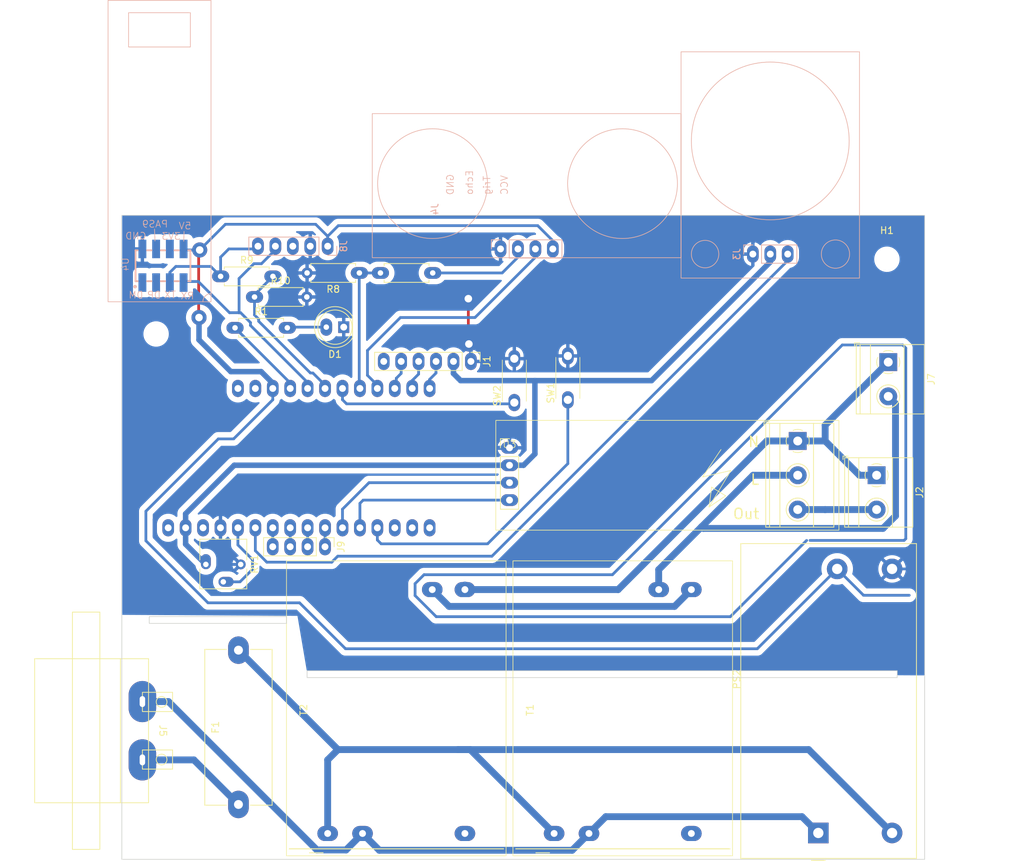
<source format=kicad_pcb>
(kicad_pcb (version 20221018) (generator pcbnew)
  (layers (0 "F.Cu" signal) (31 "B.Cu" signal) (34 "B.Paste" user) (35 "F.Paste" user) (36 "B.SilkS" user "B.Silkscreen") (37 "F.SilkS" user "F.Silkscreen") (38 "B.Mask" user) (39 "F.Mask" user) (44 "Edge.Cuts" user))
  (net 0 "")
  (net 5 "Net-(J9-Pin_1)")
  (net 6 "Net-(J9-Pin_2)")
  (net 7 "Net-(J9-Pin_3)")
  (net 8 "Net-(J9-Pin_4)")
  (net 11 "GND")
  (net 12 "+3V3")
  (net 13 "SDA")
  (net 14 "SCL")
  (net 15 "TOF_INT")
  (net 17 "Net-(J4-Pin_2)")
  (net 18 "DIM")
  (net 19 "PIR_SIGNAL")
  (net 20 "Net-(U1-A0)")
  (net 21 "+5V")
  (net 22 "ECHO")
  (net 23 "TRIG")
  (net 24 "L")
  (net 25 "N")
  (net 26 "Net-(D1-A)")
  (net 29 "AC_IN_L")
  (net 30 "AC_N_60V")
  (net 31 "AC_60V_DIMMED")
  (net 32 "AC_30V_CONNECTION")
  (net 33 "AC_L_60V")
  (net 34 "Z_CROSS")
  (net 36 "RADAR_TX")
  (net 37 "RADAR_RX")
  (net 38 "Net-(J8-Pin_5)")
  (net 39 "Net-(U1-POCI)")
  (net 40 "Net-(U1-IO13)")
  (net 42 "Net-(U1-IO33)")
  (footprint "c8-inlet:c8-inlet" (layer "F.Cu") (at 103 131.25 -90)
    (fp_text reference "J5" (at 0 -3 -90 unlocked) (layer "F.SilkS"))
    (fp_text value "c8 inlet" hide)
    (pad "1" thru_hole oval (at -4.25 0 270) (size 6 4) (drill oval 1.6 0.8) (layers "*.Cu" "*.Mask") (net 25 "N"))
    (pad "2" thru_hole oval (at 4.25 0 270) (size 6 4) (drill oval 1.6 0.8) (layers "*.Cu" "*.Mask") (net 29 "AC_IN_L"))
  )
  (footprint "Resistor_THT:R_Axial_DIN0207_L6.3mm_D2.5mm_P7.62mm_Horizontal" (layer "F.Cu") (at 119.340689 68.002003)
    (fp_text reference "R10" (at 3.81 -2.37) (layer "F.SilkS"))
    (fp_text value "4k7")
    (pad "1" thru_hole oval (at 0 0) (size 2.5 1.7) (drill 0.8) (layers "*.Cu" "*.Mask") (net 37 "RADAR_RX"))
    (pad "2" thru_hole oval (at 7.62 0) (size 1.6 1.6) (drill 0.8) (layers "*.Cu" "*.Mask") (net 11 "GND"))
  )
  (footprint "SparkFun-Board:ThingPlus_With_Connectors" (layer "F.Cu") (at 122 91.5 -90)
    (fp_text reference "U1")
    (fp_text value "ThingPlus")
    (pad "1" thru_hole oval (at -10.16 -22.86 270) (size 2.5 1.7) (drill 1) (layers "*.Cu" "*.Mask") (net 13 "SDA"))
    (pad "2" thru_hole oval (at -10.16 -20.32 270) (size 2.5 1.7) (drill 1) (layers "*.Cu" "*.Mask") (net 14 "SCL"))
    (pad "3" thru_hole oval (at -10.16 -17.78 270) (size 2.5 1.7) (drill 1) (layers "*.Cu" "*.Mask") (net 15 "TOF_INT"))
    (pad "4" thru_hole oval (at -10.16 -15.24 270) (size 2.5 1.7) (drill 1) (layers "*.Cu" "*.Mask") (net 23 "TRIG"))
    (pad "5" thru_hole oval (at -10.16 -12.7 270) (size 2.5 1.7) (drill 1) (layers "*.Cu" "*.Mask") (net 22 "ECHO"))
    (pad "6" thru_hole oval (at -10.16 -10.16 270) (size 2.5 1.7) (drill 1) (layers "*.Cu" "*.Mask") (net 42 "Net-(U1-IO33)"))
    (pad "7" thru_hole oval (at -10.16 -7.62 270) (size 2.5 1.7) (drill 1) (layers "*.Cu" "*.Mask") (net 37 "RADAR_RX"))
    (pad "8" thru_hole oval (at -10.16 -5.08 270) (size 2.5 1.7) (drill 1) (layers "*.Cu" "*.Mask") (net 36 "RADAR_TX"))
    (pad "9" thru_hole oval (at -10.16 -2.54 270) (size 2.5 1.7) (drill 1) (layers "*.Cu" "*.Mask") (net 40 "Net-(U1-IO13)"))
    (pad "10" thru_hole oval (at -10.16 0 270) (size 2.5 1.7) (drill 1) (layers "*.Cu" "*.Mask") (net 21 "+5V"))
    (pad "11" thru_hole oval (at -10.16 2.54 270) (size 2.5 1.7) (drill 1) (layers "*.Cu" "*.Mask"))
    (pad "12" thru_hole oval (at -10.16 5.08 270) (size 2.5 1.7) (drill 1) (layers "*.Cu" "*.Mask"))
    (pad "13" thru_hole oval (at 10.16 -22.86 270) (size 2.5 1.7) (drill 1) (layers "*.Cu" "*.Mask"))
    (pad "14" thru_hole oval (at 10.16 -20.32 270) (size 2.5 1.7) (drill 1) (layers "*.Cu" "*.Mask"))
    (pad "15" thru_hole oval (at 10.16 -17.78 270) (size 2.5 1.7) (drill 1) (layers "*.Cu" "*.Mask"))
    (pad "16" thru_hole oval (at 10.16 -15.24 270) (size 2.5 1.7) (drill 1) (layers "*.Cu" "*.Mask") (net 39 "Net-(U1-POCI)"))
    (pad "17" thru_hole oval (at 10.16 -12.7 270) (size 2.5 1.7) (drill 1) (layers "*.Cu" "*.Mask") (net 18 "DIM"))
    (pad "18" thru_hole oval (at 10.16 -10.16 270) (size 2.5 1.7) (drill 1) (layers "*.Cu" "*.Mask") (net 34 "Z_CROSS"))
    (pad "19" thru_hole oval (at 10.16 -7.62 270) (size 2.5 1.7) (drill 1) (layers "*.Cu" "*.Mask") (net 5 "Net-(J9-Pin_1)"))
    (pad "20" thru_hole oval (at 10.16 -5.08 270) (size 2.5 1.7) (drill 1) (layers "*.Cu" "*.Mask") (net 6 "Net-(J9-Pin_2)"))
    (pad "21" thru_hole oval (at 10.16 -2.54 270) (size 2.5 1.7) (drill 1) (layers "*.Cu" "*.Mask") (net 7 "Net-(J9-Pin_3)"))
    (pad "22" thru_hole oval (at 10.16 0 270) (size 2.5 1.7) (drill 1) (layers "*.Cu" "*.Mask") (net 8 "Net-(J9-Pin_4)"))
    (pad "23" thru_hole oval (at 10.16 2.54 270) (size 2.5 1.7) (drill 1) (layers "*.Cu" "*.Mask") (net 19 "PIR_SIGNAL"))
    (pad "24" thru_hole oval (at 10.16 5.08 270) (size 2.5 1.7) (drill 1) (layers "*.Cu" "*.Mask") (net 20 "Net-(U1-A0)"))
    (pad "25" thru_hole oval (at 10.16 7.62 270) (size 2.5 1.7) (drill 1) (layers "*.Cu" "*.Mask") (net 11 "GND"))
    (pad "26" thru_hole oval (at 10.16 10.16 270) (size 2.5 1.7) (drill 1) (layers "*.Cu" "*.Mask"))
    (pad "27" thru_hole oval (at 10.16 12.7 270) (size 2.5 1.7) (drill 1) (layers "*.Cu" "*.Mask") (net 12 "+3V3"))
    (pad "28" thru_hole oval (at 10.16 15.24 270) (size 2.5 1.7) (drill 1) (layers "*.Cu" "*.Mask"))
  )
  (footprint "MountingHole:MountingHole_3.2mm_M3" (layer "F.Cu") (at 105 73.4)
    (fp_text reference "H2" hide)
    (fp_text value "MountingHole")
    (pad "" np_thru_hole circle (at 0 0) (size 3.2 3.2) (drill 3.2) (layers "*.Cu" "*.Mask"))
  )
  (footprint "Connector_PinHeader_2.54mm:PinHeader_1x04_P2.54mm_Vertical" (layer "F.Cu") (at 129.614875 104.422447 -90)
    (fp_text reference "J9" (at 0 -2.33 90) (layer "F.SilkS"))
    (fp_text value "Conn_01x04")
    (pad "1" thru_hole oval (at 0 0 270) (size 2.5 1.7) (drill 1) (layers "*.Cu" "*.Mask") (net 5 "Net-(J9-Pin_1)"))
    (pad "2" thru_hole oval (at 0 2.54 270) (size 2.5 1.7) (drill 1) (layers "*.Cu" "*.Mask") (net 6 "Net-(J9-Pin_2)"))
    (pad "3" thru_hole oval (at 0 5.08 270) (size 2.5 1.7) (drill 1) (layers "*.Cu" "*.Mask") (net 7 "Net-(J9-Pin_3)"))
    (pad "4" thru_hole oval (at 0 7.62 270) (size 2.5 1.7) (drill 1) (layers "*.Cu" "*.Mask") (net 8 "Net-(J9-Pin_4)"))
  )
  (footprint "robotdyn_dimmer:robotdyn_dimmer" (layer "F.Cu") (at 156.5 90)
    (fp_text reference "U3" (at 0 -0.5 unlocked) (layer "F.SilkS") (effects (font (thickness 0.1))))
    (fp_text value "AC Dimmer")
    (fp_text user "N" (at 36.5 0 unlocked) (layer "F.SilkS") (effects (font (size 1.5 1.5) (thickness 0.2)) (justify right bottom)))
    (fp_text user "Out" (at 36.5 10.5 unlocked) (layer "F.SilkS") (effects (font (size 1.5 1.5) (thickness 0.2)) (justify right bottom)))
    (fp_text user "L" (at 36.5 5.5 unlocked) (layer "F.SilkS") (effects (font (size 1.5 1.5) (thickness 0.2)) (justify right bottom)))
    (pad "1" thru_hole oval (at 0 0) (size 2.5 1.7) (drill 1) (layers "*.Cu" "*.Mask") (net 11 "GND"))
    (pad "2" thru_hole oval (at 0 2.54) (size 2.5 1.7) (drill 1) (layers "*.Cu" "*.Mask") (net 12 "+3V3"))
    (pad "3" thru_hole oval (at 0 5.08) (size 2.5 1.7) (drill 1) (layers "*.Cu" "*.Mask") (net 34 "Z_CROSS"))
    (pad "4" thru_hole oval (at 0 7.62) (size 2.5 1.7) (drill 1) (layers "*.Cu" "*.Mask") (net 18 "DIM"))
    (pad "5" thru_hole rect (at 42.000001 -0.999993 270) (size 2.6 2.6) (drill 1.3) (layers "*.Cu" "*.Mask") (net 30 "AC_N_60V"))
    (pad "6" thru_hole circle (at 42.000001 4.000007 270) (size 2.6 2.6) (drill 1.3) (layers "*.Cu" "*.Mask") (net 33 "AC_L_60V"))
    (pad "7" thru_hole circle (at 42.000001 9.000007 270) (size 2.6 2.6) (drill 1.3) (layers "*.Cu" "*.Mask") (net 31 "AC_60V_DIMMED"))
  )
  (footprint "Connector_PinHeader_2.54mm:PinHeader_1x06_P2.54mm_Vertical" (layer "F.Cu") (at 150.872921 77.4 -90)
    (fp_text reference "J1" (at 0 -2.33 -90) (layer "F.SilkS"))
    (fp_text value "Sparkfun ToF")
    (pad "1" thru_hole oval (at 0 0 270) (size 2.5 1.7) (drill 1) (layers "*.Cu" "*.Mask") (net 11 "GND"))
    (pad "2" thru_hole oval (at 0 2.54 270) (size 2.5 1.7) (drill 1) (layers "*.Cu" "*.Mask") (net 12 "+3V3"))
    (pad "3" thru_hole oval (at 0 5.08 270) (size 2.5 1.7) (drill 1) (layers "*.Cu" "*.Mask") (net 13 "SDA"))
    (pad "4" thru_hole oval (at 0 7.62 270) (size 2.5 1.7) (drill 1) (layers "*.Cu" "*.Mask") (net 14 "SCL"))
    (pad "5" thru_hole oval (at 0 10.16 270) (size 2.5 1.7) (drill 1) (layers "*.Cu" "*.Mask") (net 15 "TOF_INT"))
    (pad "6" thru_hole oval (at 0 12.7 270) (size 2.5 1.7) (drill 1) (layers "*.Cu" "*.Mask"))
  )
  (footprint "pts636:pts636" (layer "F.Cu") (at 165 83 90)
    (fp_text reference "SW1" (at 1 -2.5 90) (layer "F.SilkS"))
    (fp_text value "Button" hide)
    (pad "1" thru_hole oval (at 0 0 90) (size 2.5 1.7) (drill 1.2) (layers "*.Cu" "*.Mask") (net 39 "Net-(U1-POCI)"))
    (pad "2" thru_hole oval (at 6.4 0 90) (size 2.5 1.7) (drill 1.2) (layers "*.Cu" "*.Mask") (net 11 "GND"))
  )
  (footprint "Converter_ACDC:Converter_ACDC_MeanWell_IRM-05-xx_THT" (layer "F.Cu") (at 201.5 146.1575 90)
    (fp_text reference "PS2" (at 22.42 -11.88 90) (layer "F.SilkS"))
    (fp_text value "IRM-05-5")
    (pad "1" thru_hole rect (at 0 0 90) (size 3 3) (drill 1.5) (layers "*.Cu" "*.Mask") (net 25 "N"))
    (pad "2" thru_hole circle (at 0 10.75 90) (size 3 3) (drill 1.5) (layers "*.Cu" "*.Mask") (net 24 "L"))
    (pad "3" thru_hole circle (at 38.5 10.75 90) (size 3 3) (drill 1.5) (layers "*.Cu" "*.Mask") (net 11 "GND"))
    (pad "4" thru_hole circle (at 38.5 2.75 90) (size 3 3) (drill 1.5) (layers "*.Cu" "*.Mask") (net 21 "+5V"))
  )
  (footprint "MountingHole:MountingHole_3.2mm_M3" (layer "F.Cu") (at 212 132)
    (fp_text reference "H4" hide)
    (fp_text value "MountingHole")
    (pad "" np_thru_hole circle (at 0 0) (size 3.2 3.2) (drill 3.2) (layers "*.Cu" "*.Mask"))
  )
  (footprint "Transformer_THT:Transformer_Myrra_EI30-5_44000_Horizontal" (layer "F.Cu") (at 130 146.231248 90)
    (fp_text reference "T2" (at 18 -3.5 90) (layer "F.SilkS"))
    (fp_text value "230 to 30VAC")
    (pad "0" thru_hole oval (at 0 20 180) (size 3 2.2) (drill 1) (layers "*.Cu" "*.Mask"))
    (pad "1" thru_hole oval (at 0 0 180) (size 3 2.2) (drill 1) (layers "*.Cu" "*.Mask") (net 24 "L"))
    (pad "2" thru_hole oval (at 0 5.08 180) (size 3 2.2) (drill 1) (layers "*.Cu" "*.Mask") (net 25 "N"))
    (pad "6" thru_hole oval (at 35.56 20 180) (size 3 2.2) (drill 1) (layers "*.Cu" "*.Mask") (net 30 "AC_N_60V"))
    (pad "7" thru_hole oval (at 35.56 15.24 180) (size 3 2.2) (drill 1) (layers "*.Cu" "*.Mask") (net 32 "AC_30V_CONNECTION"))
  )
  (footprint "Fuse:Fuseholder_Cylinder-5x20mm_Schurter_0031_8201_Horizontal_Open" (layer "F.Cu") (at 117 142 90)
    (fp_text reference "F1" (at 11.25 -3.35 90) (layer "F.SilkS"))
    (fp_text value "Fuse")
    (pad "" np_thru_hole circle (at 11.25 0 90) (size 2.7 2.7) (drill 2.7) (layers "*.Cu" "*.Mask"))
    (pad "1" thru_hole oval (at 0 0 90) (size 4 3) (drill 1.3) (layers "*.Cu" "*.Mask") (net 29 "AC_IN_L"))
    (pad "2" thru_hole oval (at 22.5 0 90) (size 4 3) (drill 1.3) (layers "*.Cu" "*.Mask") (net 24 "L"))
  )
  (footprint "LED_THT:LED_D5.0mm" (layer "F.Cu") (at 132.34 72.4 180)
    (fp_text reference "D1" (at 1.27 -3.96) (layer "F.SilkS"))
    (fp_text value "LED")
    (pad "1" thru_hole rect (at 0 0 180) (size 1.6 1.7) (drill 1) (layers "*.Cu" "*.Mask") (net 11 "GND"))
    (pad "2" thru_hole oval (at 2.54 0 270) (size 2.5 1.7) (drill 0.8) (layers "*.Cu" "*.Mask") (net 26 "Net-(D1-A)"))
  )
  (footprint "TerminalBlock_Phoenix:TerminalBlock_Phoenix_MKDS-1,5-2_1x02_P5.00mm_Horizontal" (layer "F.Cu") (at 210 94 -90)
    (fp_text reference "J2" (at 2.5 -6.26 90) (layer "F.SilkS"))
    (fp_text value "AC-60-OUT-DIMMED")
    (pad "1" thru_hole rect (at 0 0 270) (size 2.6 2.6) (drill 1.3) (layers "*.Cu" "*.Mask") (net 30 "AC_N_60V"))
    (pad "2" thru_hole circle (at 5 0 270) (size 2.6 2.6) (drill 1.3) (layers "*.Cu" "*.Mask") (net 31 "AC_60V_DIMMED"))
  )
  (footprint "Resistor_THT:R_Axial_DIN0207_L6.3mm_D2.5mm_P7.62mm_Horizontal" (layer "F.Cu") (at 134.62 64.5 180)
    (fp_text reference "R8" (at 3.81 -2.37) (layer "F.SilkS"))
    (fp_text value "4k7")
    (pad "1" thru_hole oval (at 0 0 180) (size 2.5 1.7) (drill 0.8) (layers "*.Cu" "*.Mask") (net 22 "ECHO"))
    (pad "2" thru_hole oval (at 7.62 0 180) (size 1.6 1.6) (drill 0.8) (layers "*.Cu" "*.Mask") (net 11 "GND"))
  )
  (footprint "TerminalBlock_Phoenix:TerminalBlock_Phoenix_MKDS-1,5-2_1x02_P5.00mm_Horizontal" (layer "F.Cu") (at 211.695 77.5 -90)
    (fp_text reference "J7" (at 2.5 -6.26 90) (layer "F.SilkS"))
    (fp_text value "AC-60-OUT")
    (pad "1" thru_hole rect (at 0 0 270) (size 2.6 2.6) (drill 1.3) (layers "*.Cu" "*.Mask") (net 30 "AC_N_60V"))
    (pad "2" thru_hole circle (at 5 0 270) (size 2.6 2.6) (drill 1.3) (layers "*.Cu" "*.Mask") (net 33 "AC_L_60V"))
  )
  (footprint "Transformer_THT:Transformer_Myrra_EI30-5_44000_Horizontal" (layer "F.Cu") (at 163 146.231248 90)
    (fp_text reference "T1" (at 18 -3.5 90) (layer "F.SilkS"))
    (fp_text value "230 to 30VAC")
    (pad "0" thru_hole oval (at 0 20 180) (size 3 2.2) (drill 1) (layers "*.Cu" "*.Mask"))
    (pad "1" thru_hole oval (at 0 0 180) (size 3 2.2) (drill 1) (layers "*.Cu" "*.Mask") (net 24 "L"))
    (pad "2" thru_hole oval (at 0 5.08 180) (size 3 2.2) (drill 1) (layers "*.Cu" "*.Mask") (net 25 "N"))
    (pad "6" thru_hole oval (at 35.56 20 180) (size 3 2.2) (drill 1) (layers "*.Cu" "*.Mask") (net 32 "AC_30V_CONNECTION"))
    (pad "7" thru_hole oval (at 35.56 15.24 180) (size 3 2.2) (drill 1) (layers "*.Cu" "*.Mask") (net 33 "AC_L_60V"))
  )
  (footprint "pts636:pts636" (layer "F.Cu") (at 157.2 83.4 90)
    (fp_text reference "SW2" (at 1 -2.5 90) (layer "F.SilkS"))
    (fp_text value "Button" hide)
    (pad "1" thru_hole oval (at 0 0 90) (size 2.5 1.7) (drill 1.2) (layers "*.Cu" "*.Mask") (net 42 "Net-(U1-IO33)"))
    (pad "2" thru_hole oval (at 6.4 0 90) (size 2.5 1.7) (drill 1.2) (layers "*.Cu" "*.Mask") (net 11 "GND"))
  )
  (footprint "Resistor_THT:R_Axial_DIN0207_L6.3mm_D2.5mm_P7.62mm_Horizontal" (layer "F.Cu") (at 145.31 64.5 180)
    (fp_text reference "R7" hide)
    (fp_text value "2k7")
    (pad "1" thru_hole oval (at 0 0 180) (size 2.5 1.7) (drill 0.8) (layers "*.Cu" "*.Mask") (net 17 "Net-(J4-Pin_2)"))
    (pad "2" thru_hole oval (at 7.62 0 180) (size 2.5 1.7) (drill 0.8) (layers "*.Cu" "*.Mask") (net 22 "ECHO"))
  )
  (footprint "Resistor_THT:R_Axial_DIN0207_L6.3mm_D2.5mm_P7.62mm_Horizontal" (layer "F.Cu") (at 114.4 65)
    (fp_text reference "R9" (at 3.81 -2.37) (layer "F.SilkS"))
    (fp_text value "2k7")
    (pad "1" thru_hole oval (at 0 0) (size 2.5 1.7) (drill 0.8) (layers "*.Cu" "*.Mask") (net 38 "Net-(J8-Pin_5)"))
    (pad "2" thru_hole oval (at 7.62 0) (size 2.5 1.7) (drill 0.8) (layers "*.Cu" "*.Mask") (net 37 "RADAR_RX"))
  )
  (footprint "MountingHole:MountingHole_3.2mm_M3" (layer "F.Cu") (at 105 145.25)
    (fp_text reference "H3" hide)
    (fp_text value "MountingHole")
    (pad "" np_thru_hole circle (at 0 0) (size 3.2 3.2) (drill 3.2) (layers "*.Cu" "*.Mask"))
  )
  (footprint "Potentiometer_THT:Potentiometer_Vishay_T73YP_Vertical" (layer "F.Cu") (at 112.25 107 -90)
    (fp_text reference "RV1" (at -0.06 -7.09 90) (layer "F.SilkS"))
    (fp_text value "10k")
    (pad "1" thru_hole oval (at 0 0 270) (size 2.2 1.44) (drill 0.8 (offset -0.4 0)) (layers "*.Cu" "*.Mask") (net 12 "+3V3"))
    (pad "2" thru_hole oval (at 2.54 -2.54 180) (size 2.2 1.44) (drill 0.8 (offset -0.4 0)) (layers "*.Cu" "*.Mask") (net 20 "Net-(U1-A0)"))
    (pad "3" thru_hole circle (at 0 -5.08 270) (size 1.44 1.44) (drill 0.8) (layers "*.Cu" "*.Mask") (net 11 "GND"))
  )
  (footprint "Resistor_THT:R_Axial_DIN0207_L6.3mm_D2.5mm_P7.62mm_Horizontal" (layer "F.Cu") (at 116.5 72.5)
    (fp_text reference "R1" (at 3.81 -2.37) (layer "F.SilkS"))
    (fp_text value "R")
    (pad "1" thru_hole oval (at 0 0) (size 2.5 1.7) (drill 0.8) (layers "*.Cu" "*.Mask") (net 40 "Net-(U1-IO13)"))
    (pad "2" thru_hole oval (at 7.62 0) (size 2.5 1.7) (drill 0.8) (layers "*.Cu" "*.Mask") (net 26 "Net-(D1-A)"))
  )
  (footprint "MountingHole:MountingHole_3.2mm_M3" (layer "F.Cu") (at 211.5 62.5)
    (fp_text reference "H1" (at 0 -4.2) (layer "F.SilkS"))
    (fp_text value "MountingHole")
    (pad "" np_thru_hole circle (at 0 0) (size 3.2 3.2) (drill 3.2) (layers "*.Cu" "*.Mask"))
  )
  (footprint "Connector_PinHeader_2.54mm:PinHeader_1x04_P2.54mm_Vertical" (layer "B.Cu") (at 159 61 -90)
    (fp_text reference "J4" (at -5.8 13.38 90) (layer "B.SilkS") (effects (justify mirror)))
    (fp_text value "HC-SR04")
    (fp_text user "Trig" (at -7.832 5.208 90 unlocked) (layer "B.SilkS") (effects (font (thickness 0.1)) (justify right bottom mirror)))
    (fp_text user "GND" (at -7.8 10.55 90 unlocked) (layer "B.SilkS") (effects (font (thickness 0.1)) (justify right bottom mirror)))
    (fp_text user "VCC" (at -7.832 2.668 90 unlocked) (layer "B.SilkS") (effects (font (thickness 0.1)) (justify right bottom mirror)))
    (fp_text user "Echo" (at -7.832 7.748 90 unlocked) (layer "B.SilkS") (effects (font (thickness 0.1)) (justify right bottom mirror)))
    (pad "1" thru_hole oval (at 0 3.81 270) (size 2.5 1.7) (drill 1) (layers "*.Cu" "*.Mask") (net 11 "GND"))
    (pad "2" thru_hole oval (at 0 1.27 270) (size 2.5 1.7) (drill 1) (layers "*.Cu" "*.Mask") (net 17 "Net-(J4-Pin_2)"))
    (pad "3" thru_hole oval (at 0 -1.27 270) (size 2.5 1.7) (drill 1) (layers "*.Cu" "*.Mask") (net 23 "TRIG"))
    (pad "4" thru_hole oval (at 0 -3.81 270) (size 2.5 1.7) (drill 1) (layers "*.Cu" "*.Mask") (net 21 "+5V"))
  )
  (footprint "ld2450:ld2450" (layer "B.Cu") (at 106 63.5 -90)
    (fp_text reference "U4" (at -0.25 5.5 90 unlocked) (layer "B.SilkS") (effects (font (thickness 0.1)) (justify mirror)))
    (fp_text value "LD2450")
    (fp_text user "PAS9" (at -5.546467 3.103858 unlocked) (layer "B.SilkS") (effects (font (thickness 0.1)) (justify right bottom mirror)))
    (fp_text user "TX" (at 4.763088 -1.96297 unlocked) (layer "B.SilkS") (effects (font (thickness 0.1)) (justify left bottom mirror)))
    (fp_text user "GND" (at -3.811979 5.54993 unlocked) (layer "B.SilkS") (effects (font (thickness 0.1)) (justify right bottom mirror)))
    (fp_text user "DM" (at 4.803064 2.794223 unlocked) (layer "B.SilkS") (effects (font (thickness 0.1)) (justify left bottom mirror)))
    (fp_text user "RX" (at 4.922994 -4.601414 unlocked) (layer "B.SilkS") (effects (font (thickness 0.1)) (justify left bottom mirror)))
    (fp_text user "DP" (at 4.8 0.25 unlocked) (layer "B.SilkS") (effects (font (thickness 0.1)) (justify left bottom mirror)))
    (fp_text user "5V" (at -5.279622 -2.233027 unlocked) (layer "B.SilkS") (effects (font (thickness 0.1)) (justify right bottom mirror)))
    (fp_text user "3V3" (at -3.767505 0.257518 unlocked) (layer "B.SilkS") (effects (font (thickness 0.1)) (justify right bottom mirror)))
    (pad "1" smd rect (at 2.25 3) (size 1.15 2.7) (drill (offset 0 0.15)) (layers "B.Cu" "B.Paste" "B.Mask"))
    (pad "2" smd rect (at 2.25 1) (size 1.15 2.7) (drill (offset 0 0.15)) (layers "B.Cu" "B.Paste" "B.Mask"))
    (pad "3" smd rect (at 2.25 -1) (size 1.15 2.7) (drill (offset 0 0.15)) (layers "B.Cu" "B.Paste" "B.Mask") (net 38 "Net-(J8-Pin_5)"))
    (pad "4" smd rect (at 2.25 -3) (size 1.15 2.7) (drill (offset 0 0.15)) (layers "B.Cu" "B.Paste" "B.Mask") (net 36 "RADAR_TX"))
    (pad "5" smd rect (at -2.34995 -3) (size 1.15 2.7) (drill (offset 0 -0.15)) (layers "B.Cu" "B.Paste" "B.Mask") (net 21 "+5V"))
    (pad "6" smd rect (at -2.34995 -1) (size 1.15 2.7) (drill (offset 0 -0.15)) (layers "B.Cu" "B.Paste" "B.Mask"))
    (pad "7" smd rect (at -2.34995 1) (size 1.15 2.7) (drill (offset 0 -0.15)) (layers "B.Cu" "B.Paste" "B.Mask"))
    (pad "8" smd rect (at -2.34995 3) (size 1.15 2.7) (drill (offset 0 -0.15)) (layers "B.Cu" "B.Paste" "B.Mask") (net 11 "GND"))
  )
  (footprint "Connector_PinHeader_2.54mm:PinHeader_1x05_P2.54mm_Vertical" (layer "B.Cu") (at 130 60.6 90)
    (fp_text reference "J8" (at 0 2.33 90) (layer "B.SilkS") (effects (justify mirror)))
    (fp_text value "HLK-LD2410C")
    (pad "1" thru_hole oval (at 0 0 90) (size 2.5 1.7) (drill 1) (layers "*.Cu" "*.Mask") (net 21 "+5V"))
    (pad "2" thru_hole oval (at 0 -2.54 90) (size 2.5 1.7) (drill 1) (layers "*.Cu" "*.Mask") (net 11 "GND"))
    (pad "3" thru_hole oval (at 0 -5.08 90) (size 2.5 1.7) (drill 1) (layers "*.Cu" "*.Mask"))
    (pad "4" thru_hole oval (at 0 -7.62 90) (size 2.5 1.7) (drill 1) (layers "*.Cu" "*.Mask") (net 36 "RADAR_TX"))
    (pad "5" thru_hole oval (at 0 -10.16 90) (size 2.5 1.7) (drill 1) (layers "*.Cu" "*.Mask") (net 38 "Net-(J8-Pin_5)"))
  )
  (footprint "Connector_PinHeader_2.54mm:PinHeader_1x03_P2.54mm_Vertical" (layer "B.Cu") (at 194.5 61.75 -90)
    (fp_text reference "J3" (at 0 4.87 90) (layer "B.SilkS") (effects (justify mirror)))
    (fp_text value "PIR")
    (pad "1" thru_hole oval (at 0 2.54 270) (size 2.5 1.7) (drill 1) (layers "*.Cu" "*.Mask") (net 11 "GND"))
    (pad "2" thru_hole oval (at 0 0 270) (size 2.5 1.7) (drill 1) (layers "*.Cu" "*.Mask") (net 12 "+3V3"))
    (pad "3" thru_hole oval (at 0 -2.54 270) (size 2.5 1.7) (drill 1) (layers "*.Cu" "*.Mask") (net 19 "PIR_SIGNAL"))
  )
  (gr_rect (start 127 122.5) (end 213 123.5) (stroke (width 0.1)) (fill none) (layer "Edge.Cuts"))
  (gr_rect (start 104 114.6) (end 124 115.6) (stroke (width 0.1)) (fill none) (layer "Edge.Cuts"))
  (gr_rect (start 100 56.1) (end 217 150) (stroke (width 0.1)) (fill none) (layer "Edge.Cuts"))
  (segment (start 214 103.5) (end 200.296138 103.5) (width 0.4) (layer "B.Cu") (net 0))
  (segment (start 214.25 75.455) (end 214.25 103.25) (width 0.4) (layer "B.Cu") (net 0))
  (segment (start 213.795 75) (end 214.25 75.455) (width 0.4) (layer "B.Cu") (net 0))
  (segment (start 171.5 108.5) (end 205 75) (width 0.4) (layer "B.Cu") (net 0))
  (segment (start 205 75) (end 213.795 75) (width 0.4) (layer "B.Cu") (net 0))
  (segment (start 142.74 111.541096) (end 142.74 109.8014) (width 0.4) (layer "B.Cu") (net 0))
  (segment (start 142.74 109.8014) (end 144.0414 108.5) (width 0.4) (layer "B.Cu") (net 0))
  (segment (start 144.0414 108.5) (end 171.5 108.5) (width 0.4) (layer "B.Cu") (net 0))
  (segment (start 214.25 103.25) (end 214 103.5) (width 0.4) (layer "B.Cu") (net 0))
  (segment (start 145.820152 114.621248) (end 142.74 111.541096) (width 0.4) (layer "B.Cu") (net 0))
  (segment (start 199.798284 103.5) (end 188.677036 114.621248) (width 0.4) (layer "B.Cu") (net 0))
  (segment (start 188.677036 114.621248) (end 145.820152 114.621248) (width 0.4) (layer "B.Cu") (net 0))
  (segment (start 129.62 104.417322) (end 129.614875 104.422447) (width 0.4) (layer "B.Cu") (net 5))
  (segment (start 129.62 101.66) (end 129.62 104.417322) (width 0.4) (layer "B.Cu") (net 5))
  (segment (start 127.08 101.66) (end 127.08 104.417322) (width 0.4) (layer "B.Cu") (net 6))
  (segment (start 127.08 104.417322) (end 127.074875 104.422447) (width 0.4) (layer "B.Cu") (net 6))
  (segment (start 124.54 104.417322) (end 124.534875 104.422447) (width 0.4) (layer "B.Cu") (net 7))
  (segment (start 124.54 101.66) (end 124.54 104.417322) (width 0.4) (layer "B.Cu") (net 7))
  (segment (start 122 101.66) (end 122 104.417322) (width 0.4) (layer "B.Cu") (net 8))
  (segment (start 122 104.417322) (end 121.994875 104.422447) (width 0.4) (layer "B.Cu") (net 8))
  (segment (start 150.580802 74.861128) (end 150.5 74.780326) (width 0.4) (layer "F.Cu") (net 11))
  (segment (start 150.5 74.780326) (end 150.5 68.25) (width 0.4) (layer "F.Cu") (net 11))
  (via (at 150.580802 74.861128) (size 2.2) (drill 1.1) (layers "F.Cu" "B.Cu") (net 11))
  (via (at 150.5 68.25) (size 2.2) (drill 1.1) (layers "F.Cu" "B.Cu") (net 11))
  (segment (start 125.4 113.8) (end 108.602944 113.8) (width 0.4) (layer "B.Cu") (net 11))
  (segment (start 199.75 60.593704) (end 199.75 62.45) (width 0.4) (layer "B.Cu") (net 11))
  (segment (start 104.81 102.867716) (end 110.942284 109) (width 0.6) (layer "B.Cu") (net 11))
  (segment (start 112.962448 108.787552) (end 114.75 107) (width 0.4) (layer "B.Cu") (net 11))
  (segment (start 117.33 107) (end 114.682448 107) (width 0.4) (layer "B.Cu") (net 11))
  (segment (start 132.1 120.5) (end 125.4 113.8) (width 0.4) (layer "B.Cu") (net 11))
  (segment (start 110.942284 109) (end 112.962448 109) (width 0.6) (layer "B.Cu") (net 11))
  (segment (start 215.95 109.23618) (end 215.95 111.997056) (width 0.4) (layer "B.Cu") (net 11))
  (segment (start 212.25 107.6575) (end 214.37132 107.6575) (width 0.4) (layer "B.Cu") (net 11))
  (segment (start 198.356296 59.2) (end 199.75 60.593704) (width 0.4) (layer "B.Cu") (net 11))
  (segment (start 214.37132 107.6575) (end 215.95 109.23618) (width 0.4) (layer "B.Cu") (net 11))
  (segment (start 132.234378 107.2) (end 128.174378 111.26) (width 0.4) (layer "B.Cu") (net 11))
  (segment (start 191.96 61.75) (end 191.96 60.1) (width 0.4) (layer "B.Cu") (net 11))
  (segment (start 155 107.2) (end 132.234378 107.2) (width 0.4) (layer "B.Cu") (net 11))
  (segment (start 115.262284 90) (end 104.81 100.452284) (width 0.6) (layer "B.Cu") (net 11))
  (segment (start 112.962448 109) (end 112.962448 108.787552) (width 0.4) (layer "B.Cu") (net 11))
  (segment (start 192.86 59.2) (end 198.356296 59.2) (width 0.4) (layer "B.Cu") (net 11))
  (segment (start 150.872921 75.153247) (end 150.580802 74.861128) (width 0.4) (layer "B.Cu") (net 11))
  (segment (start 114.75 107) (end 117.33 107) (width 0.4) (layer "B.Cu") (net 11))
  (segment (start 207.447056 120.5) (end 132.1 120.5) (width 0.4) (layer "B.Cu") (net 11))
  (segment (start 108.552944 113.75) (end 106 113.75) (width 0.4) (layer "B.Cu") (net 11))
  (segment (start 108.602944 113.8) (end 108.552944 113.75) (width 0.4) (layer "B.Cu") (net 11))
  (segment (start 191.96 60.1) (end 192.86 59.2) (width 0.4) (layer "B.Cu") (net 11))
  (segment (start 114.682448 107) (end 112.962448 108.72) (width 0.4) (layer "B.Cu") (net 11))
  (segment (start 156.5 90) (end 115.262284 90) (width 0.6) (layer "B.Cu") (net 11))
  (segment (start 199.75 62.45) (end 155 107.2) (width 0.4) (layer "B.Cu") (net 11))
  (segment (start 128.174378 111.26) (end 114.077552 111.26) (width 0.4) (layer "B.Cu") (net 11))
  (segment (start 104.81 100.452284) (end 104.81 102.867716) (width 0.6) (layer "B.Cu") (net 11))
  (segment (start 106 113.75) (end 104.25 112) (width 0.4) (layer "B.Cu") (net 11))
  (segment (start 215.95 111.997056) (end 207.447056 120.5) (width 0.4) (layer "B.Cu") (net 11))
  (segment (start 150.872921 77.4) (end 150.872921 75.153247) (width 0.4) (layer "B.Cu") (net 11))
  (segment (start 112.962448 110.144896) (end 112.962448 109) (width 0.4) (layer "B.Cu") (net 11))
  (segment (start 114.077552 111.26) (end 112.962448 110.144896) (width 0.4) (layer "B.Cu") (net 11))
  (segment (start 148.332921 79.16) (end 148.332921 77.4) (width 0.8) (layer "B.Cu") (net 12))
  (segment (start 109.3 104.05) (end 109.3 101.66) (width 0.8) (layer "B.Cu") (net 12))
  (segment (start 149.372921 80.2) (end 160.2 80.2) (width 0.8) (layer "B.Cu") (net 12))
  (segment (start 109.3 99.62132) (end 116.38132 92.54) (width 0.8) (layer "B.Cu") (net 12))
  (segment (start 160.2 90.89) (end 158.55 92.54) (width 0.8) (layer "B.Cu") (net 12))
  (segment (start 160.2 80.2) (end 177.2 80.2) (width 0.8) (layer "B.Cu") (net 12))
  (segment (start 158.55 92.54) (end 156.5 92.54) (width 0.8) (layer "B.Cu") (net 12))
  (segment (start 149.022921 79.85) (end 149.372921 80.2) (width 0.8) (layer "B.Cu") (net 12))
  (segment (start 149.022921 79.85) (end 148.332921 79.16) (width 0.8) (layer "B.Cu") (net 12))
  (segment (start 116.38132 92.54) (end 156.5 92.54) (width 0.8) (layer "B.Cu") (net 12))
  (segment (start 112.25 107) (end 109.3 104.05) (width 0.8) (layer "B.Cu") (net 12))
  (segment (start 160.2 80.2) (end 160.2 90.89) (width 0.8) (layer "B.Cu") (net 12))
  (segment (start 177.2 80.2) (end 194.5 62.9) (width 0.8) (layer "B.Cu") (net 12))
  (segment (start 194.5 62.9) (end 194.5 61.75) (width 0.8) (layer "B.Cu") (net 12))
  (segment (start 109.3 101.66) (end 109.3 99.62132) (width 0.8) (layer "B.Cu") (net 12))
  (segment (start 144.86 80.024734) (end 144.86 81.34) (width 0.4) (layer "B.Cu") (net 13))
  (segment (start 145.783953 79.100781) (end 144.86 80.024734) (width 0.4) (layer "B.Cu") (net 13))
  (segment (start 145.783953 77.408968) (end 145.783953 79.100781) (width 0.4) (layer "B.Cu") (net 13))
  (segment (start 145.792921 77.4) (end 145.783953 77.408968) (width 0.4) (layer "B.Cu") (net 13))
  (segment (start 142.32 80.18) (end 142.32 81.34) (width 0.4) (layer "B.Cu") (net 14))
  (segment (start 143.252921 77.4) (end 143.252921 79.247079) (width 0.4) (layer "B.Cu") (net 14))
  (segment (start 143.252921 79.247079) (end 142.32 80.18) (width 0.4) (layer "B.Cu") (net 14))
  (segment (start 140 79.85646) (end 140.712921 79.143539) (width 0.4) (layer "B.Cu") (net 15))
  (segment (start 140 81.12) (end 140 79.85646) (width 0.4) (layer "B.Cu") (net 15))
  (segment (start 140.712921 79.143539) (end 140.712921 77.4) (width 0.4) (layer "B.Cu") (net 15))
  (segment (start 139.78 81.34) (end 140 81.12) (width 0.4) (layer "B.Cu") (net 15))
  (segment (start 157.73 62.202081) (end 157.73 61) (width 0.4) (layer "B.Cu") (net 17))
  (segment (start 145.31 64.5) (end 155.432081 64.5) (width 0.4) (layer "B.Cu") (net 17))
  (segment (start 155.432081 64.5) (end 157.73 62.202081) (width 0.4) (layer "B.Cu") (net 17))
  (segment (start 156.5 97.62) (end 135.18 97.62) (width 0.4) (layer "B.Cu") (net 18))
  (segment (start 134.7 98.1) (end 134.7 101.66) (width 0.4) (layer "B.Cu") (net 18))
  (segment (start 135.18 97.62) (end 134.7 98.1) (width 0.4) (layer "B.Cu") (net 18))
  (segment (start 153.942081 105.8) (end 197.04 62.702081) (width 0.4) (layer "B.Cu") (net 19))
  (segment (start 130.592428 106.672447) (end 131.464875 105.8) (width 0.4) (layer "B.Cu") (net 19))
  (segment (start 121.131951 106.672447) (end 130.592428 106.672447) (width 0.4) (layer "B.Cu") (net 19))
  (segment (start 119.46 105.000496) (end 121.131951 106.672447) (width 0.4) (layer "B.Cu") (net 19))
  (segment (start 197.04 62.702081) (end 197.04 61.75) (width 0.4) (layer "B.Cu") (net 19))
  (segment (start 131.464875 105.8) (end 153.942081 105.8) (width 0.4) (layer "B.Cu") (net 19))
  (segment (start 119.46 101.66) (end 119.46 105.000496) (width 0.4) (layer "B.Cu") (net 19))
  (segment (start 114.79 109.54) (end 117.222448 109.54) (width 0.4) (layer "B.Cu") (net 20))
  (segment (start 116.92 104.157552) (end 116.92 101.66) (width 0.4) (layer "B.Cu") (net 20))
  (segment (start 119.05 106.287552) (end 116.92 104.157552) (width 0.4) (layer "B.Cu") (net 20))
  (segment (start 119.05 107.712448) (end 119.05 106.287552) (width 0.4) (layer "B.Cu") (net 20))
  (segment (start 117.222448 109.54) (end 119.05 107.712448) (width 0.4) (layer "B.Cu") (net 20))
  (segment (start 111.2 70.95) (end 111.25 71) (width 0.4) (layer "F.Cu") (net 21))
  (segment (start 111.34995 61.15005) (end 111.2 61.3) (width 0.4) (layer "F.Cu") (net 21))
  (segment (start 111.2 61.3) (end 111.2 70.95) (width 0.4) (layer "F.Cu") (net 21))
  (via (at 111.25 71) (size 2.2) (drill 1.1) (layers "F.Cu" "B.Cu") (net 21))
  (via (at 111.34995 61.15005) (size 2.2) (drill 1.1) (layers "F.Cu" "B.Cu") (net 21))
  (segment (start 111.25 74.25) (end 115.89 78.89) (width 0.8) (layer "B.Cu") (net 21))
  (segment (start 122 82.99) (end 122 81.34) (width 0.4) (layer "B.Cu") (net 21))
  (segment (start 103.51 103.548478) (end 103.51 99.251522) (width 0.4) (layer "B.Cu") (net 21))
  (segment (start 103.51 99.251522) (end 114.061522 88.7) (width 0.4) (layer "B.Cu") (net 21))
  (segment (start 112.561522 112.6) (end 103.51 103.548478) (width 0.4) (layer "B.Cu") (net 21))
  (segment (start 131.55 57.6) (end 160.612081 57.6) (width 0.4) (layer "B.Cu") (net 21))
  (segment (start 114.061522 88.7) (end 116.29 88.7) (width 0.4) (layer "B.Cu") (net 21))
  (segment (start 109 61.15005) (end 111.34995 61.15005) (width 0.4) (layer "B.Cu") (net 21))
  (segment (start 204.25 107.6575) (end 208.0925 111.5) (width 0.4) (layer "B.Cu") (net 21))
  (segment (start 132.602944 119.3) (end 125.902944 112.6) (width 0.4) (layer "B.Cu") (net 21))
  (segment (start 160.612081 57.6) (end 162.81 59.797919) (width 0.4) (layer "B.Cu") (net 21))
  (segment (start 111.25 71) (end 111.25 74.25) (width 0.8) (layer "B.Cu") (net 21))
  (segment (start 162.81 59.797919) (end 162.81 61) (width 0.4) (layer "B.Cu") (net 21))
  (segment (start 204.25 107.6575) (end 192.6075 119.3) (width 0.4) (layer "B.Cu") (net 21))
  (segment (start 208.0925 111.5) (end 214.75 111.5) (width 0.4) (layer "B.Cu") (net 21))
  (segment (start 116.29 88.7) (end 122 82.99) (width 0.4) (layer "B.Cu") (net 21))
  (segment (start 130 59.15) (end 131.55 57.6) (width 0.4) (layer "B.Cu") (net 21))
  (segment (start 111.34995 61.15005) (end 115.1 57.4) (width 0.4) (layer "B.Cu") (net 21))
  (segment (start 128.25 57.4) (end 130 59.15) (width 0.4) (layer "B.Cu") (net 21))
  (segment (start 130 60.6) (end 130 59.15) (width 0.4) (layer "B.Cu") (net 21))
  (segment (start 120.309138 78.89) (end 122 80.580862) (width 0.8) (layer "B.Cu") (net 21))
  (segment (start 115.89 78.89) (end 120.309138 78.89) (width 0.8) (layer "B.Cu") (net 21))
  (segment (start 115.1 57.4) (end 128.25 57.4) (width 0.4) (layer "B.Cu") (net 21))
  (segment (start 125.902944 112.6) (end 112.561522 112.6) (width 0.4) (layer "B.Cu") (net 21))
  (segment (start 122 80.580862) (end 122 81.34) (width 0.8) (layer "B.Cu") (net 21))
  (segment (start 192.6075 119.3) (end 132.602944 119.3) (width 0.4) (layer "B.Cu") (net 21))
  (segment (start 134.6 81.24) (end 134.7 81.34) (width 0.4) (layer "B.Cu") (net 22))
  (segment (start 134.62 64.5) (end 134.6 64.52) (width 0.4) (layer "B.Cu") (net 22))
  (segment (start 134.7 81.34) (end 134.7 81.543292) (width 0.4) (layer "B.Cu") (net 22))
  (segment (start 134.62 64.5) (end 137.69 64.5) (width 0.4) (layer "B.Cu") (net 22))
  (segment (start 134.6 64.52) (end 134.6 81.24) (width 0.4) (layer "B.Cu") (net 22))
  (segment (start 140.6 71) (end 151.472081 71) (width 0.4) (layer "B.Cu") (net 23))
  (segment (start 135.8 79.423705) (end 135.8 75.8) (width 0.4) (layer "B.Cu") (net 23))
  (segment (start 137.24 81.34) (end 137.24 80.863705) (width 0.4) (layer "B.Cu") (net 23))
  (segment (start 151.472081 71) (end 160.27 62.202081) (width 0.4) (layer "B.Cu") (net 23))
  (segment (start 137.24 80.863705) (end 135.8 79.423705) (width 0.4) (layer "B.Cu") (net 23))
  (segment (start 135.8 75.8) (end 140.6 71) (width 0.4) (layer "B.Cu") (net 23))
  (segment (start 160.27 62.202081) (end 160.27 61) (width 0.4) (layer "B.Cu") (net 23))
  (segment (start 131.5 134) (end 130 135.5) (width 1) (layer "B.Cu") (net 24))
  (segment (start 212.25 146.1575) (end 200.0925 134) (width 1) (layer "B.Cu") (net 24))
  (segment (start 200.0925 134) (end 149 134) (width 1) (layer "B.Cu") (net 24))
  (segment (start 150.768752 134) (end 163 146.231248) (width 1) (layer "B.Cu") (net 24))
  (segment (start 130 135.5) (end 130 146.231248) (width 1) (layer "B.Cu") (net 24))
  (segment (start 117 119.5) (end 131.5 134) (width 1) (layer "B.Cu") (net 24))
  (segment (start 131.5 134) (end 149 134) (width 1) (layer "B.Cu") (net 24))
  (segment (start 149 134) (end 150.768752 134) (width 1) (layer "B.Cu") (net 24))
  (segment (start 199.123748 143.781248) (end 201.5 146.1575) (width 1) (layer "B.Cu") (net 25))
  (segment (start 135.08 146.231248) (end 137.53 148.681248) (width 1) (layer "B.Cu") (net 25))
  (segment (start 132.68 148.631248) (end 135.08 146.231248) (width 1) (layer "B.Cu") (net 25))
  (segment (start 165.63 148.681248) (end 168.08 146.231248) (width 1) (layer "B.Cu") (net 25))
  (segment (start 106.8 127) (end 128.431248 148.631248) (width 1) (layer "B.Cu") (net 25))
  (segment (start 103 127) (end 106.8 127) (width 1) (layer "B.Cu") (net 25))
  (segment (start 168.08 146.231248) (end 170.53 143.781248) (width 1) (layer "B.Cu") (net 25))
  (segment (start 137.53 148.681248) (end 165.63 148.681248) (width 1) (layer "B.Cu") (net 25))
  (segment (start 170.53 143.781248) (end 199.123748 143.781248) (width 1) (layer "B.Cu") (net 25))
  (segment (start 128.431248 148.631248) (end 132.68 148.631248) (width 1) (layer "B.Cu") (net 25))
  (segment (start 124.22 72.4) (end 124.12 72.5) (width 0.4) (layer "B.Cu") (net 26))
  (segment (start 129.8 72.4) (end 124.22 72.4) (width 0.4) (layer "B.Cu") (net 26))
  (segment (start 110.5 135.5) (end 117 142) (width 1) (layer "B.Cu") (net 29))
  (segment (start 103 135.5) (end 110.5 135.5) (width 1) (layer "B.Cu") (net 29))
  (segment (start 202.500004 89.000007) (end 202.500004 86.694996) (width 1) (layer "B.Cu") (net 30))
  (segment (start 150 110.671248) (end 150 110) (width 1) (layer "B.Cu") (net 30))
  (segment (start 172.328752 110.671248) (end 194 89) (width 1) (layer "B.Cu") (net 30))
  (segment (start 198.500001 89.000007) (end 202.500004 89.000007) (width 1) (layer "B.Cu") (net 30))
  (segment (start 202.500004 86.694996) (end 211.695 77.5) (width 1) (layer "B.Cu") (net 30))
  (segment (start 202.500004 89.000007) (end 207.499997 94) (width 1) (layer "B.Cu") (net 30))
  (segment (start 198.499994 89) (end 198.500001 89.000007) (width 1) (layer "B.Cu") (net 30))
  (segment (start 150 110.671248) (end 172.328752 110.671248) (width 1) (layer "B.Cu") (net 30))
  (segment (start 194 89) (end 198.499994 89) (width 1) (layer "B.Cu") (net 30))
  (segment (start 207.499997 94) (end 210 94) (width 1) (layer "B.Cu") (net 30))
  (segment (start 198.500001 99.000007) (end 202.499993 99.000007) (width 1) (layer "B.Cu") (net 31))
  (segment (start 202.499993 99.000007) (end 202.5 99) (width 1) (layer "B.Cu") (net 31))
  (segment (start 202.5 99) (end 210 99) (width 1) (layer "B.Cu") (net 31))
  (segment (start 147.69 113.121248) (end 180.55 113.121248) (width 1) (layer "B.Cu") (net 32))
  (segment (start 145.24 110.671248) (end 147.69 113.121248) (width 1) (layer "B.Cu") (net 32))
  (segment (start 180.55 113.121248) (end 183 110.671248) (width 1) (layer "B.Cu") (net 32))
  (segment (start 178.24 107.76) (end 184.5 101.5) (width 1) (layer "B.Cu") (net 33))
  (segment (start 211.695 82.5) (end 212.75 83.555) (width 1) (layer "B.Cu") (net 33))
  (segment (start 198.499994 94) (end 198.500001 94.000007) (width 1) (layer "B.Cu") (net 33))
  (segment (start 184.5 101.5) (end 192 94) (width 1) (layer "B.Cu") (net 33))
  (segment (start 192 94) (end 198.499994 94) (width 1) (layer "B.Cu") (net 33))
  (segment (start 178.24 110.671248) (end 178.24 107.76) (width 1) (layer "B.Cu") (net 33))
  (segment (start 212.75 83.555) (end 212.75 99.926956) (width 1) (layer "B.Cu") (net 33))
  (segment (start 184.75 101.75) (end 184.5 101.5) (width 1) (layer "B.Cu") (net 33))
  (segment (start 212.75 99.926956) (end 210.926956 101.75) (width 1) (layer "B.Cu") (net 33))
  (segment (start 210.926956 101.75) (end 184.75 101.75) (width 1) (layer "B.Cu") (net 33))
  (segment (start 132.16 98.942944) (end 136.022944 95.08) (width 0.4) (layer "B.Cu") (net 34))
  (segment (start 132.16 101.66) (end 132.16 98.942944) (width 0.4) (layer "B.Cu") (net 34))
  (segment (start 136.022944 95.08) (end 156.5 95.08) (width 0.4) (layer "B.Cu") (net 34))
  (segment (start 117.098941 70.295997) (end 115.695997 70.295997) (width 0.4) (layer "B.Cu") (net 36))
  (segment (start 111.15 65.75) (end 109 65.75) (width 0.4) (layer "B.Cu") (net 36))
  (segment (start 117.312292 70.295997) (end 118.75 71.733705) (width 0.4) (layer "B.Cu") (net 36))
  (segment (start 117.090689 70.287745) (end 117.098941 70.295997) (width 0.4) (layer "B.Cu") (net 36))
  (segment (start 117.090689 65.309311) (end 117.090689 70.287745) (width 0.4) (layer "B.Cu") (net 36))
  (segment (start 118.75 72.15) (end 127.08 80.48) (width 0.4) (layer "B.Cu") (net 36))
  (segment (start 119.25 63.15) (end 117.090689 65.309311) (width 0.4) (layer "B.Cu") (net 36))
  (segment (start 127.08 80.48) (end 127.08 81.34) (width 0.4) (layer "B.Cu") (net 36))
  (segment (start 115.695997 70.295997) (end 111.15 65.75) (width 0.4) (layer "B.Cu") (net 36))
  (segment (start 122.38 60.6) (end 122.38 61.123148) (width 0.4) (layer "B.Cu") (net 36))
  (segment (start 122.38 61.123148) (end 120.353148 63.15) (width 0.4) (layer "B.Cu") (net 36))
  (segment (start 117.098941 70.295997) (end 117.312292 70.295997) (width 0.4) (layer "B.Cu") (net 36))
  (segment (start 120.353148 63.15) (end 119.25 63.15) (width 0.4) (layer "B.Cu") (net 36))
  (segment (start 118.75 71.733705) (end 118.75 72.15) (width 0.4) (layer "B.Cu") (net 36))
  (segment (start 119.340689 67.679311) (end 119.340689 68.002003) (width 0.4) (layer "B.Cu") (net 37))
  (segment (start 127.846295 79.09) (end 129.62 80.863705) (width 0.4) (layer "B.Cu") (net 37))
  (segment (start 119.340689 70.627338) (end 119.95 71.236649) (width 0.4) (layer "B.Cu") (net 37))
  (segment (start 119.95 71.236649) (end 119.95 71.55) (width 0.4) (layer "B.Cu") (net 37))
  (segment (start 119.340689 68.002003) (end 119.340689 70.627338) (width 0.4) (layer "B.Cu") (net 37))
  (segment (start 127.49 79.09) (end 127.846295 79.09) (width 0.4) (layer "B.Cu") (net 37))
  (segment (start 119.95 71.55) (end 127.49 79.09) (width 0.4) (layer "B.Cu") (net 37))
  (segment (start 129.62 80.863705) (end 129.62 81.34) (width 0.4) (layer "B.Cu") (net 37))
  (segment (start 122.02 65) (end 119.340689 67.679311) (width 0.4) (layer "B.Cu") (net 37))
  (segment (start 114.4 62.19) (end 115.59 61) (width 0.4) (layer "B.Cu") (net 38))
  (segment (start 107 64.425) (end 107 65.75) (width 0.4) (layer "B.Cu") (net 38))
  (segment (start 115.59 61) (end 119.44 61) (width 0.4) (layer "B.Cu") (net 38))
  (segment (start 112.95 63.55) (end 107.875 63.55) (width 0.4) (layer "B.Cu") (net 38))
  (segment (start 107.875 63.55) (end 107 64.425) (width 0.4) (layer "B.Cu") (net 38))
  (segment (start 119.44 61) (end 119.84 60.6) (width 0.4) (layer "B.Cu") (net 38))
  (segment (start 114.4 65) (end 114.4 62.19) (width 0.4) (layer "B.Cu") (net 38))
  (segment (start 114.4 65) (end 112.95 63.55) (width 0.4) (layer "B.Cu") (net 38))
  (segment (start 165 83) (end 165 92.302944) (width 0.4) (layer "B.Cu") (net 39))
  (segment (start 153.302944 104) (end 137.8 104) (width 0.4) (layer "B.Cu") (net 39))
  (segment (start 137.8 104) (end 137.24 103.44) (width 0.4) (layer "B.Cu") (net 39))
  (segment (start 137.24 103.44) (end 137.24 101.66) (width 0.4) (layer "B.Cu") (net 39))
  (segment (start 165 92.302944) (end 153.302944 104) (width 0.4) (layer "B.Cu") (net 39))
  (segment (start 116.5 72.5) (end 124.54 80.54) (width 0.4) (layer "B.Cu") (net 40))
  (segment (start 124.54 80.54) (end 124.54 81.34) (width 0.4) (layer "B.Cu") (net 40))
  (segment (start 132.76 83.59) (end 157.01 83.59) (width 0.4) (layer "B.Cu") (net 42))
  (segment (start 132.16 81.34) (end 132.16 82.99) (width 0.4) (layer "B.Cu") (net 42))
  (segment (start 132.16 82.99) (end 132.76 83.59) (width 0.4) (layer "B.Cu") (net 42))
  (segment (start 157.01 83.59) (end 157.2 83.4) (width 0.4) (layer "B.Cu") (net 42))
  (zone (net 11) (net_name "GND") (layer "B.Cu") (connect_pads (clearance 0.5)) (min_thickness 0.25) (fill yes (thermal_gap 0.5) (thermal_bridge_width 0.5))
    (polygon (pts (xy 231.5 52.5) (xy 231.5 123.25) (xy 127 122.75) (xy 125.6 114.5) (xy 82.25 114.25) (xy 82.25 52.5)))
  )
)
</source>
